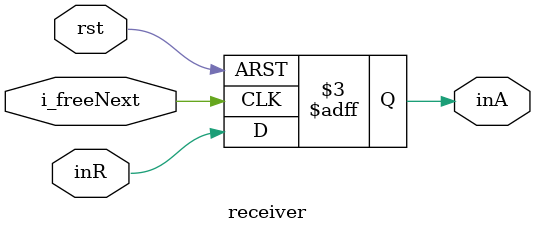
<source format=v>
`timescale 1ns / 1ps

(* dont_touch="true" *)module receiver(
    input           inR         ,
    input           i_freeNext  ,
    output  reg     inA         ,
    input           rst
);

always@(posedge i_freeNext or negedge rst) begin
    if(!rst)
        inA <= 1'b0;
    else
        inA <= inR;
end

endmodule

</source>
